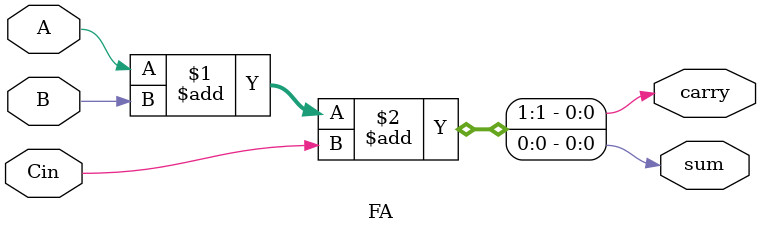
<source format=v>
module FA(sum,carry,A,B,Cin);
input A,B,Cin;
output sum,carry;
assign {carry,sum}=A+B+Cin;
endmodule

</source>
